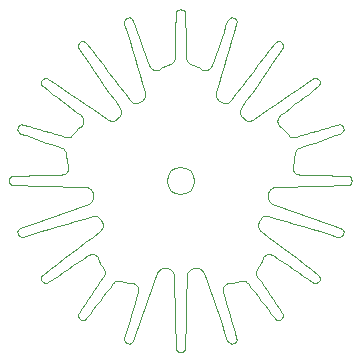
<source format=gbr>
G04 #@! TF.GenerationSoftware,KiCad,Pcbnew,5.0.2-bee76a0~70~ubuntu18.04.1*
G04 #@! TF.CreationDate,2019-05-31T10:22:34+02:00*
G04 #@! TF.ProjectId,GaudiPCR,47617564-6950-4435-922e-6b696361645f,rev?*
G04 #@! TF.SameCoordinates,Original*
G04 #@! TF.FileFunction,Profile,NP*
%FSLAX46Y46*%
G04 Gerber Fmt 4.6, Leading zero omitted, Abs format (unit mm)*
G04 Created by KiCad (PCBNEW 5.0.2-bee76a0~70~ubuntu18.04.1) date Fr 31 Mai 2019 10:22:34 CEST*
%MOMM*%
%LPD*%
G01*
G04 APERTURE LIST*
%ADD10C,0.100000*%
G04 APERTURE END LIST*
D10*
X93272922Y-107103720D02*
X93328102Y-107204580D01*
X93328102Y-107204580D02*
X93387132Y-107303280D01*
X108764637Y-95708230D02*
X108679557Y-95630830D01*
X108846657Y-95788830D02*
X108764637Y-95708230D01*
X109686137Y-98213340D02*
X109696407Y-98098790D01*
X109671497Y-98327370D02*
X109686137Y-98213340D01*
X113652657Y-99639210D02*
X114156177Y-99651510D01*
X113149137Y-99626910D02*
X113652657Y-99639210D01*
X109683540Y-103701260D02*
X108951842Y-103483130D01*
X110415237Y-103919390D02*
X109683540Y-103701260D01*
X109203447Y-96213330D02*
X109273767Y-96274230D01*
X109142377Y-96140930D02*
X109203447Y-96213330D01*
X98995023Y-100554770D02*
X99255420Y-100914300D01*
X98896403Y-100051440D02*
X98995023Y-100554770D01*
X110631537Y-99565410D02*
X111135057Y-99577710D01*
X110128057Y-99553180D02*
X110631537Y-99565410D01*
X108220144Y-103265000D02*
X107488447Y-103046870D01*
X108951842Y-103483130D02*
X108220144Y-103265000D01*
X113858069Y-104387130D02*
X113827669Y-104244000D01*
X113836579Y-104532150D02*
X113858069Y-104387130D01*
X112610330Y-104573770D02*
X111878632Y-104355640D01*
X113342027Y-104791900D02*
X112610330Y-104573770D01*
X107382636Y-103025370D02*
X107277237Y-103023370D01*
X107488447Y-103046870D02*
X107382636Y-103025370D01*
X107962587Y-100619250D02*
X107935327Y-100627250D01*
X107990187Y-100612250D02*
X107962587Y-100619250D01*
X107864547Y-100656860D02*
X107870447Y-100654860D01*
X107858647Y-100658860D02*
X107864547Y-100656860D01*
X108591507Y-95556730D02*
X108500577Y-95485930D01*
X108679557Y-95630830D02*
X108591507Y-95556730D01*
X111638577Y-99590010D02*
X112142097Y-99602310D01*
X111135057Y-99577710D02*
X111638577Y-99590010D01*
X108018067Y-100607250D02*
X107990187Y-100612250D01*
X108046187Y-100603250D02*
X108018067Y-100607250D01*
X106827764Y-108570500D02*
X107090002Y-108950630D01*
X106565567Y-108190400D02*
X106827764Y-108570500D01*
X106518067Y-108108400D02*
X106565567Y-108190400D01*
X106484577Y-108021600D02*
X106518067Y-108108400D01*
X106465067Y-107931700D02*
X106484577Y-108021600D01*
X99624589Y-98972870D02*
X99256140Y-99188580D01*
X100046885Y-98900970D02*
X99624589Y-98972870D01*
X106619297Y-103836720D02*
X106626997Y-103913420D01*
X106621497Y-103759620D02*
X106619297Y-103836720D01*
X106633577Y-103683220D02*
X106621497Y-103759620D01*
X106655617Y-103608420D02*
X106633577Y-103683220D01*
X106687657Y-103536220D02*
X106655617Y-103608420D01*
X100468221Y-101130010D02*
X100836670Y-100914300D01*
X100045925Y-101201910D02*
X100468221Y-101130010D01*
X107852747Y-100660860D02*
X107858647Y-100658860D01*
X107846847Y-100662860D02*
X107852747Y-100660860D01*
X105383077Y-108537360D02*
X105291307Y-108531360D01*
X105472347Y-108557560D02*
X105383077Y-108537360D01*
X105557517Y-108591060D02*
X105472347Y-108557560D01*
X105636987Y-108637360D02*
X105557517Y-108591060D01*
X105709167Y-108696060D02*
X105636987Y-108637360D01*
X105772457Y-108766560D02*
X105709167Y-108696060D01*
X106052951Y-109133430D02*
X105772457Y-108766560D01*
X106333445Y-109500300D02*
X106052951Y-109133430D01*
X106613938Y-109867170D02*
X106333445Y-109500300D01*
X106894432Y-110234050D02*
X106613938Y-109867170D01*
X109568047Y-107524440D02*
X109153457Y-107238430D01*
X109982637Y-107810440D02*
X109568047Y-107524440D01*
X110397227Y-108096450D02*
X109982637Y-107810440D01*
X110811817Y-108382450D02*
X110397227Y-108096450D01*
X111226407Y-108668460D02*
X110811817Y-108382450D01*
X111812578Y-108152100D02*
X111696487Y-108021420D01*
X111857728Y-108297440D02*
X111812578Y-108152100D01*
X111842428Y-108442990D02*
X111857728Y-108297440D01*
X108731477Y-111543800D02*
X108733477Y-111391620D01*
X108671947Y-111677490D02*
X108731477Y-111543800D01*
X108569299Y-111782220D02*
X108671947Y-111677490D01*
X108437979Y-111847520D02*
X108569299Y-111782220D01*
X108292428Y-111862820D02*
X108437979Y-111847520D01*
X108147090Y-111817620D02*
X108292428Y-111862820D01*
X108016407Y-111701530D02*
X108147090Y-111817620D01*
X107781835Y-106313010D02*
X107647513Y-106279110D01*
X107909687Y-106380410D02*
X107781835Y-106313010D01*
X108324277Y-106666420D02*
X107909687Y-106380410D01*
X108738867Y-106952420D02*
X108324277Y-106666420D01*
X109153457Y-107238430D02*
X108738867Y-106952420D01*
X109702307Y-97983840D02*
X109703807Y-97868630D01*
X109696407Y-98098790D02*
X109702307Y-97983840D01*
X107150976Y-106443610D02*
X107063386Y-106550960D01*
X107258454Y-106361010D02*
X107150976Y-106443610D01*
X107380551Y-106304910D02*
X107258454Y-106361010D01*
X107511994Y-106277110D02*
X107380551Y-106304910D01*
X107647513Y-106279110D02*
X107511994Y-106277110D01*
X109601497Y-98665090D02*
X109629157Y-98553370D01*
X109569527Y-98775790D02*
X109601497Y-98665090D01*
X106733657Y-103447120D02*
X106744967Y-103424720D01*
X106722267Y-103469420D02*
X106733657Y-103447120D01*
X106710807Y-103491720D02*
X106722267Y-103469420D01*
X106699267Y-103514020D02*
X106710807Y-103491720D01*
X106687657Y-103536220D02*
X106699267Y-103514020D01*
X114326891Y-100413820D02*
X114448829Y-100322820D01*
X114156177Y-100451320D02*
X114326891Y-100413820D01*
X111812588Y-91950748D02*
X111857738Y-91805410D01*
X111696497Y-92081431D02*
X111812588Y-91950748D01*
X113739870Y-95983180D02*
X113827660Y-95858920D01*
X113589167Y-96071580D02*
X113739870Y-95983180D01*
X107908437Y-100636250D02*
X107881977Y-100646850D01*
X107935327Y-100627250D02*
X107908437Y-100636250D01*
X107876247Y-100652860D02*
X107882047Y-100650860D01*
X107870447Y-100654860D02*
X107876247Y-100652860D01*
X106767367Y-103379920D02*
X106778457Y-103357420D01*
X106756207Y-103402320D02*
X106767367Y-103379920D01*
X106744967Y-103424720D02*
X106756207Y-103402320D01*
X108859610Y-100580820D02*
X108102957Y-100599320D01*
X109616262Y-100562320D02*
X108859610Y-100580820D01*
X107076603Y-103072370D02*
X106985833Y-103121770D01*
X107174483Y-103039270D02*
X107076603Y-103072370D01*
X107277237Y-103023370D02*
X107174483Y-103039270D01*
X113858060Y-95715790D02*
X113836570Y-95570770D01*
X113827660Y-95858920D02*
X113858060Y-95715790D01*
X108895631Y-94222850D02*
X108495507Y-94528770D01*
X109295754Y-93916940D02*
X108895631Y-94222850D01*
X114521989Y-99906900D02*
X114448829Y-99780160D01*
X114546379Y-100051490D02*
X114521989Y-99906900D01*
X109988323Y-102763230D02*
X110708492Y-103016840D01*
X109268154Y-102509620D02*
X109988323Y-102763230D01*
X110244063Y-96234510D02*
X110686630Y-96102570D01*
X109801497Y-96366440D02*
X110244063Y-96234510D01*
X109652497Y-98440760D02*
X109671497Y-98327370D01*
X109629157Y-98553370D02*
X109652497Y-98440760D01*
X108074497Y-100600250D02*
X108046187Y-100603250D01*
X108102957Y-100599320D02*
X108074497Y-100600250D01*
X107840947Y-100664860D02*
X107846847Y-100662860D01*
X107835047Y-100666860D02*
X107840947Y-100664860D01*
X106842777Y-104307020D02*
X106864087Y-104325820D01*
X106822407Y-104287220D02*
X106842777Y-104307020D01*
X106803007Y-104266520D02*
X106822407Y-104287220D01*
X106784607Y-104244920D02*
X106803007Y-104266520D01*
X106767247Y-104222420D02*
X106784607Y-104244920D01*
X111095222Y-107561730D02*
X111696497Y-108021440D01*
X110493947Y-107102020D02*
X111095222Y-107561730D01*
X109892672Y-106642310D02*
X110493947Y-107102020D01*
X109291397Y-106182610D02*
X109892672Y-106642310D01*
X108690122Y-105722900D02*
X109291397Y-106182610D01*
X111146935Y-104137510D02*
X110415237Y-103919390D01*
X111878632Y-104355640D02*
X111146935Y-104137510D01*
X106719247Y-104150020D02*
X106715947Y-104145020D01*
X106722547Y-104155020D02*
X106719247Y-104150020D01*
X106725847Y-104160020D02*
X106722547Y-104155020D01*
X106729147Y-104165020D02*
X106725847Y-104160020D01*
X106732447Y-104170020D02*
X106729147Y-104165020D01*
X113515923Y-95294020D02*
X113342018Y-95311020D01*
X113659991Y-95342920D02*
X113515923Y-95294020D01*
X110540019Y-97145360D02*
X110104427Y-97298760D01*
X110975612Y-96991970D02*
X110540019Y-97145360D01*
X108275482Y-95142020D02*
X108320792Y-95269760D01*
X108259902Y-95008580D02*
X108275482Y-95142020D01*
X109695878Y-93611020D02*
X109295754Y-93916940D01*
X110096002Y-93305100D02*
X109695878Y-93611020D01*
X99623690Y-101130010D02*
X100045925Y-101201910D01*
X99255420Y-100914300D02*
X99623690Y-101130010D01*
X100408793Y-114331920D02*
X100446293Y-114161210D01*
X100317743Y-114453860D02*
X100408793Y-114331920D01*
X100191000Y-114527060D02*
X100317743Y-114453860D01*
X100046410Y-114551460D02*
X100191000Y-114527060D01*
X99901820Y-114527060D02*
X100046410Y-114551460D01*
X99775077Y-114453860D02*
X99901820Y-114527060D01*
X99684027Y-114331920D02*
X99775077Y-114453860D01*
X99646527Y-114161210D02*
X99684027Y-114331920D01*
X110603393Y-91864200D02*
X111226407Y-91434411D01*
X109980379Y-92293988D02*
X110603393Y-91864200D01*
X109357366Y-92723777D02*
X109980379Y-92293988D01*
X108734352Y-93153566D02*
X109357366Y-92723777D01*
X108111338Y-93583350D02*
X108734352Y-93153566D01*
X107488325Y-94013140D02*
X108111338Y-93583350D01*
X106865311Y-94442930D02*
X107488325Y-94013140D01*
X106242307Y-94872650D02*
X106865311Y-94442930D01*
X106218477Y-94888250D02*
X106242307Y-94872650D01*
X106193977Y-94902650D02*
X106218477Y-94888250D01*
X106168847Y-94915950D02*
X106193977Y-94902650D01*
X106143127Y-94927950D02*
X106168847Y-94915950D01*
X106116867Y-94938750D02*
X106143127Y-94927950D01*
X106090117Y-94948750D02*
X106116867Y-94938750D01*
X106062907Y-94956750D02*
X106090117Y-94948750D01*
X106035287Y-94963750D02*
X106062907Y-94956750D01*
X105991887Y-94971750D02*
X105985687Y-94973750D01*
X105998087Y-94969750D02*
X105991887Y-94971750D01*
X106004287Y-94968750D02*
X105998087Y-94969750D01*
X106010487Y-94967750D02*
X106004287Y-94968750D01*
X106016687Y-94966750D02*
X106010487Y-94967750D01*
X106022887Y-94965750D02*
X106016687Y-94966750D01*
X106029087Y-94964750D02*
X106022887Y-94965750D01*
X106035287Y-94963750D02*
X106029087Y-94964750D01*
X105908027Y-94989290D02*
X105985827Y-94975490D01*
X105830097Y-94993290D02*
X105908027Y-94989290D01*
X105752987Y-94986290D02*
X105830097Y-94993290D01*
X105677647Y-94969990D02*
X105752987Y-94986290D01*
X105605017Y-94944090D02*
X105677647Y-94969990D01*
X105536047Y-94908990D02*
X105605017Y-94944090D01*
X105471697Y-94864890D02*
X105536047Y-94908990D01*
X105412897Y-94812090D02*
X105471697Y-94864890D01*
X105288857Y-94687990D02*
X105270897Y-94670490D01*
X105306757Y-94705490D02*
X105288857Y-94687990D01*
X105324597Y-94723090D02*
X105306757Y-94705490D01*
X105342377Y-94740790D02*
X105324597Y-94723090D01*
X105360097Y-94758490D02*
X105342377Y-94740790D01*
X105377757Y-94776290D02*
X105360097Y-94758490D01*
X105395357Y-94794190D02*
X105377757Y-94776290D01*
X105412897Y-94812090D02*
X105395357Y-94794190D01*
X105200477Y-94588530D02*
X105270897Y-94670330D01*
X105146987Y-94497730D02*
X105200477Y-94588530D01*
X105110667Y-94400330D02*
X105146987Y-94497730D01*
X105091757Y-94298750D02*
X105110667Y-94400330D01*
X105090457Y-94195420D02*
X105091757Y-94298750D01*
X105107087Y-94092780D02*
X105090457Y-94195420D01*
X105141837Y-93993280D02*
X105107087Y-94092780D01*
X105194957Y-93899280D02*
X105141837Y-93993280D01*
X105628516Y-93270800D02*
X105194957Y-93899280D01*
X106062074Y-92642318D02*
X105628516Y-93270800D01*
X106495633Y-92013837D02*
X106062074Y-92642318D01*
X106929192Y-91385356D02*
X106495633Y-92013837D01*
X107362751Y-90756874D02*
X106929192Y-91385356D01*
X107796310Y-90128393D02*
X107362751Y-90756874D01*
X108229868Y-89499912D02*
X107796310Y-90128393D01*
X108663427Y-88871431D02*
X108229868Y-89499912D01*
X108147089Y-88285320D02*
X108016408Y-88401348D01*
X108292408Y-88240210D02*
X108147089Y-88285320D01*
X108437932Y-88255520D02*
X108292408Y-88240210D01*
X108569227Y-88320770D02*
X108437932Y-88255520D01*
X108671857Y-88425473D02*
X108569227Y-88320770D01*
X108731387Y-88559142D02*
X108671857Y-88425473D01*
X108733387Y-88711290D02*
X108731387Y-88559142D01*
X108663427Y-88871431D02*
X108733387Y-88711290D01*
X107552664Y-89007901D02*
X108016407Y-88401351D01*
X107088922Y-89614451D02*
X107552664Y-89007901D01*
X106625179Y-90221001D02*
X107088922Y-89614451D01*
X106161437Y-90827551D02*
X106625179Y-90221001D01*
X105697694Y-91434100D02*
X106161437Y-90827551D01*
X105233952Y-92040650D02*
X105697694Y-91434100D01*
X104770210Y-92647200D02*
X105233952Y-92040650D01*
X104306467Y-93253750D02*
X104770210Y-92647200D01*
X104233486Y-93332950D02*
X104306466Y-93253350D01*
X104149566Y-93396750D02*
X104233486Y-93332950D01*
X104057086Y-93444250D02*
X104149566Y-93396750D01*
X103958426Y-93474950D02*
X104057086Y-93444250D01*
X103855966Y-93488350D02*
X103958426Y-93474950D01*
X103752084Y-93484350D02*
X103855966Y-93488350D01*
X103649157Y-93461550D02*
X103752084Y-93484350D01*
X103549567Y-93419850D02*
X103649157Y-93461550D01*
X103393437Y-93339750D02*
X103370977Y-93328550D01*
X103415857Y-93350950D02*
X103393437Y-93339750D01*
X103438237Y-93362250D02*
X103415857Y-93350950D01*
X103460577Y-93373650D02*
X103438237Y-93362250D01*
X103482877Y-93385050D02*
X103460577Y-93373650D01*
X103505147Y-93396550D02*
X103482877Y-93385050D01*
X103527377Y-93408150D02*
X103505147Y-93396550D01*
X103549567Y-93419850D02*
X103527377Y-93408150D01*
X103302607Y-93288911D02*
X103370977Y-93328511D01*
X103240797Y-93241311D02*
X103302607Y-93288911D01*
X103186097Y-93186611D02*
X103240797Y-93241311D01*
X103139057Y-93125531D02*
X103186097Y-93186611D01*
X103100227Y-93058931D02*
X103139057Y-93125531D01*
X103070167Y-92987621D02*
X103100227Y-93058931D01*
X103049417Y-92912431D02*
X103070167Y-92987621D01*
X103038527Y-92834171D02*
X103049417Y-92912431D01*
X103035074Y-92790071D02*
X103034527Y-92783771D01*
X103035608Y-92796371D02*
X103035074Y-92790071D01*
X103036128Y-92802671D02*
X103035608Y-92796371D01*
X103036634Y-92808971D02*
X103036128Y-92802671D01*
X103037128Y-92815271D02*
X103036634Y-92808971D01*
X103037608Y-92821571D02*
X103037128Y-92815271D01*
X103038074Y-92827871D02*
X103037608Y-92821571D01*
X103038527Y-92834171D02*
X103038074Y-92827871D01*
X103032520Y-92755071D02*
X103034420Y-92783501D01*
X103032000Y-92726631D02*
X103032520Y-92755071D01*
X103032827Y-92698231D02*
X103032000Y-92726631D01*
X103035027Y-92669921D02*
X103032827Y-92698231D01*
X103038527Y-92641741D02*
X103035027Y-92669921D01*
X103043327Y-92613741D02*
X103038527Y-92641741D01*
X103049527Y-92585971D02*
X103043327Y-92613741D01*
X103057027Y-92558481D02*
X103049527Y-92585971D01*
X103273258Y-91833147D02*
X103057027Y-92558481D01*
X103489490Y-91107814D02*
X103273258Y-91833147D01*
X103705721Y-90382480D02*
X103489490Y-91107814D01*
X103921952Y-89657146D02*
X103705721Y-90382480D01*
X104138183Y-88931812D02*
X103921952Y-89657146D01*
X104354415Y-88206479D02*
X104138183Y-88931812D01*
X104570646Y-87481145D02*
X104354415Y-88206479D01*
X104786877Y-86755811D02*
X104570646Y-87481145D01*
X104114672Y-86357913D02*
X104026252Y-86508684D01*
X104238941Y-86270073D02*
X104114672Y-86357913D01*
X104382089Y-86239653D02*
X104238941Y-86270073D01*
X104527139Y-86261143D02*
X104382089Y-86239653D01*
X104657117Y-86329013D02*
X104527139Y-86261143D01*
X104755047Y-86437759D02*
X104657117Y-86329013D01*
X104803957Y-86581864D02*
X104755047Y-86437759D01*
X104786877Y-86755811D02*
X104803957Y-86581864D01*
X103858957Y-86983755D02*
X104026257Y-86508681D01*
X103691657Y-87458829D02*
X103858957Y-86983755D01*
X103524357Y-87933902D02*
X103691657Y-87458829D01*
X103357057Y-88408976D02*
X103524357Y-87933902D01*
X103189757Y-88884050D02*
X103357057Y-88408976D01*
X103022457Y-89359124D02*
X103189757Y-88884050D01*
X102855157Y-89834197D02*
X103022457Y-89359124D01*
X102687856Y-90309232D02*
X102855157Y-89834197D01*
X102624056Y-90438932D02*
X102687856Y-90309232D01*
X102535336Y-90545341D02*
X102624056Y-90438932D01*
X102426990Y-90626771D02*
X102535336Y-90545341D01*
X102304307Y-90681541D02*
X102426990Y-90626771D01*
X102172577Y-90707951D02*
X102304307Y-90681541D01*
X102037090Y-90704351D02*
X102172577Y-90707951D01*
X101903137Y-90668991D02*
X102037090Y-90704351D01*
X101776007Y-90600211D02*
X101903137Y-90668991D01*
X101063834Y-90229241D02*
X100954709Y-90192251D01*
X101171340Y-90270341D02*
X101063834Y-90229241D01*
X101277113Y-90315501D02*
X101171340Y-90270341D01*
X101381040Y-90364661D02*
X101277113Y-90315501D01*
X101483007Y-90417771D02*
X101381040Y-90364661D01*
X101582897Y-90474771D02*
X101483007Y-90417771D01*
X101680607Y-90535601D02*
X101582897Y-90474771D01*
X101776007Y-90600211D02*
X101680607Y-90535601D01*
X100866997Y-90156551D02*
X100954757Y-90192251D01*
X100787367Y-90108481D02*
X100866997Y-90156551D01*
X100716877Y-90049371D02*
X100787367Y-90108481D01*
X100656527Y-89980561D02*
X100716877Y-90049371D01*
X100607317Y-89903391D02*
X100656527Y-89980561D01*
X100570257Y-89819191D02*
X100607317Y-89903391D01*
X100546347Y-89729301D02*
X100570257Y-89819191D01*
X100536607Y-89635061D02*
X100546347Y-89729301D01*
X100525317Y-89173386D02*
X100536607Y-89635061D01*
X100514027Y-88711711D02*
X100525317Y-89173386D01*
X100502737Y-88250036D02*
X100514027Y-88711711D01*
X100491447Y-87788361D02*
X100502737Y-88250036D01*
X100480157Y-87326686D02*
X100491447Y-87788361D01*
X100468867Y-86865011D02*
X100480157Y-87326686D01*
X100457577Y-86403336D02*
X100468867Y-86865011D01*
X100446287Y-85941661D02*
X100457577Y-86403336D01*
X99684021Y-85770947D02*
X99646521Y-85941661D01*
X99775071Y-85649009D02*
X99684021Y-85770947D01*
X99901814Y-85575849D02*
X99775071Y-85649009D01*
X100046404Y-85551459D02*
X99901814Y-85575849D01*
X100190994Y-85575849D02*
X100046404Y-85551459D01*
X100317737Y-85649009D02*
X100190994Y-85575849D01*
X100408787Y-85770947D02*
X100317737Y-85649009D01*
X100446287Y-85941661D02*
X100408787Y-85770947D01*
X99635287Y-86403336D02*
X99646577Y-85941661D01*
X99623997Y-86865011D02*
X99635287Y-86403336D01*
X99612707Y-87326686D02*
X99623997Y-86865011D01*
X99601417Y-87788361D02*
X99612707Y-87326686D01*
X99590127Y-88250036D02*
X99601417Y-87788361D01*
X99578837Y-88711711D02*
X99590127Y-88250036D01*
X99567547Y-89173386D02*
X99578837Y-88711711D01*
X99556307Y-89635051D02*
X99567547Y-89173386D01*
X99546507Y-89729291D02*
X99556307Y-89635051D01*
X99522597Y-89819181D02*
X99546507Y-89729291D01*
X99485537Y-89903381D02*
X99522597Y-89819181D01*
X99436327Y-89980551D02*
X99485537Y-89903381D01*
X99375977Y-90049361D02*
X99436327Y-89980551D01*
X99305487Y-90108471D02*
X99375977Y-90049361D01*
X99225857Y-90156541D02*
X99305487Y-90108471D01*
X99138097Y-90192241D02*
X99225857Y-90156541D01*
X98412216Y-90535591D02*
X98316816Y-90600201D01*
X98509916Y-90474761D02*
X98412216Y-90535591D01*
X98609806Y-90417761D02*
X98509916Y-90474761D01*
X98711771Y-90364651D02*
X98609806Y-90417761D01*
X98815697Y-90315491D02*
X98711771Y-90364651D01*
X98921469Y-90270331D02*
X98815697Y-90315491D01*
X99028974Y-90229231D02*
X98921469Y-90270331D01*
X99138097Y-90192241D02*
X99028974Y-90229231D01*
X98189676Y-90669031D02*
X98316806Y-90600251D01*
X98055722Y-90704391D02*
X98189676Y-90669031D01*
X97920235Y-90707991D02*
X98055722Y-90704391D01*
X97788505Y-90681581D02*
X97920235Y-90707991D01*
X97665821Y-90626811D02*
X97788505Y-90681581D01*
X97557475Y-90545381D02*
X97665821Y-90626811D01*
X97468755Y-90438971D02*
X97557475Y-90545381D01*
X97404955Y-90309271D02*
X97468755Y-90438971D01*
X97237655Y-89834197D02*
X97404955Y-90309271D01*
X97070355Y-89359124D02*
X97237655Y-89834197D01*
X96903055Y-88884050D02*
X97070355Y-89359124D01*
X96735755Y-88408976D02*
X96903055Y-88884050D01*
X96568455Y-87933902D02*
X96735755Y-88408976D01*
X96401155Y-87458829D02*
X96568455Y-87933902D01*
X96233855Y-86983755D02*
X96401155Y-87458829D01*
X96066555Y-86508681D02*
X96233855Y-86983755D01*
X95288863Y-86581861D02*
X95305943Y-86755802D01*
X95337773Y-86437762D02*
X95288863Y-86581861D01*
X95435703Y-86329020D02*
X95337773Y-86437762D01*
X95565678Y-86261150D02*
X95435703Y-86329020D01*
X95710723Y-86239670D02*
X95565678Y-86261150D01*
X95853867Y-86270090D02*
X95710723Y-86239670D01*
X95978135Y-86357920D02*
X95853867Y-86270090D01*
X96066555Y-86508681D02*
X95978135Y-86357920D01*
X95522167Y-87481145D02*
X95305936Y-86755811D01*
X95738399Y-88206479D02*
X95522167Y-87481145D01*
X95954630Y-88931812D02*
X95738399Y-88206479D01*
X96170861Y-89657146D02*
X95954630Y-88931812D01*
X96387093Y-90382480D02*
X96170861Y-89657146D01*
X96603324Y-91107814D02*
X96387093Y-90382480D01*
X96819556Y-91833147D02*
X96603324Y-91107814D01*
X97035789Y-92558471D02*
X96819556Y-91833147D01*
X97043289Y-92585961D02*
X97035789Y-92558471D01*
X97049489Y-92613731D02*
X97043289Y-92585961D01*
X97054289Y-92641731D02*
X97049489Y-92613731D01*
X97057789Y-92669911D02*
X97054289Y-92641731D01*
X97059989Y-92698221D02*
X97057789Y-92669911D01*
X97060816Y-92726621D02*
X97059989Y-92698221D01*
X97060296Y-92755061D02*
X97060816Y-92726621D01*
X97058396Y-92783491D02*
X97060296Y-92755061D01*
X97054761Y-92827591D02*
X97054296Y-92833891D01*
X97055240Y-92821291D02*
X97054761Y-92827591D01*
X97055733Y-92814991D02*
X97055240Y-92821291D01*
X97056239Y-92808691D02*
X97055733Y-92814991D01*
X97056758Y-92802391D02*
X97056239Y-92808691D01*
X97057290Y-92796091D02*
X97056758Y-92802391D01*
X97057836Y-92789791D02*
X97057290Y-92796091D01*
X97058396Y-92783491D02*
X97057836Y-92789791D01*
X97043395Y-92912470D02*
X97054285Y-92834210D01*
X97022645Y-92987660D02*
X97043395Y-92912470D01*
X96992575Y-93058970D02*
X97022645Y-92987660D01*
X96953745Y-93125570D02*
X96992575Y-93058970D01*
X96906705Y-93186650D02*
X96953745Y-93125570D01*
X96852005Y-93241350D02*
X96906705Y-93186650D01*
X96790195Y-93288950D02*
X96852005Y-93241350D01*
X96721825Y-93328550D02*
X96790195Y-93288950D01*
X96565445Y-93408150D02*
X96543255Y-93419850D01*
X96587675Y-93396550D02*
X96565445Y-93408150D01*
X96609935Y-93385050D02*
X96587675Y-93396550D01*
X96632235Y-93373650D02*
X96609935Y-93385050D01*
X96654575Y-93362250D02*
X96632235Y-93373650D01*
X96676955Y-93350950D02*
X96654575Y-93362250D01*
X96699375Y-93339750D02*
X96676955Y-93350950D01*
X96721825Y-93328550D02*
X96699375Y-93339750D01*
X96443655Y-93461950D02*
X96543245Y-93420250D01*
X96340728Y-93484750D02*
X96443655Y-93461950D01*
X96236845Y-93488750D02*
X96340728Y-93484750D01*
X96134385Y-93475350D02*
X96236845Y-93488750D01*
X96035725Y-93444650D02*
X96134385Y-93475350D01*
X95943245Y-93397150D02*
X96035725Y-93444650D01*
X95859325Y-93333350D02*
X95943245Y-93397150D01*
X95786345Y-93253750D02*
X95859325Y-93333350D01*
X95322602Y-92647200D02*
X95786345Y-93253750D01*
X94858859Y-92040650D02*
X95322602Y-92647200D01*
X94395116Y-91434100D02*
X94858859Y-92040650D01*
X93931373Y-90827551D02*
X94395116Y-91434100D01*
X93467629Y-90221001D02*
X93931373Y-90827551D01*
X93003886Y-89614451D02*
X93467629Y-90221001D01*
X92540143Y-89007901D02*
X93003886Y-89614451D01*
X92076400Y-88401351D02*
X92540143Y-89007901D01*
X91359396Y-88711287D02*
X91429376Y-88871433D01*
X91361396Y-88559131D02*
X91359396Y-88711287D01*
X91420926Y-88425454D02*
X91361396Y-88559131D01*
X91523562Y-88320745D02*
X91420926Y-88425454D01*
X91654863Y-88255495D02*
X91523562Y-88320745D01*
X91800395Y-88240185D02*
X91654863Y-88255495D01*
X91945719Y-88285305D02*
X91800395Y-88240185D01*
X92076400Y-88401351D02*
X91945719Y-88285305D01*
X91862938Y-89499912D02*
X91429378Y-88871431D01*
X92296497Y-90128393D02*
X91862938Y-89499912D01*
X92730057Y-90756874D02*
X92296497Y-90128393D01*
X93163617Y-91385356D02*
X92730057Y-90756874D01*
X93597177Y-92013837D02*
X93163617Y-91385356D01*
X94030736Y-92642318D02*
X93597177Y-92013837D01*
X94464296Y-93270800D02*
X94030736Y-92642318D01*
X94897881Y-93899310D02*
X94464296Y-93270800D01*
X94951001Y-93993310D02*
X94897881Y-93899310D01*
X94985751Y-94092810D02*
X94951001Y-93993310D01*
X95002381Y-94195440D02*
X94985751Y-94092810D01*
X95001081Y-94298770D02*
X95002381Y-94195440D01*
X94982171Y-94400360D02*
X95001081Y-94298770D01*
X94945851Y-94497760D02*
X94982171Y-94400360D01*
X94892361Y-94588660D02*
X94945851Y-94497760D01*
X94821931Y-94670460D02*
X94892361Y-94588660D01*
X94697471Y-94794160D02*
X94679931Y-94812060D01*
X94715071Y-94776260D02*
X94697471Y-94794160D01*
X94732731Y-94758460D02*
X94715071Y-94776260D01*
X94750451Y-94740760D02*
X94732731Y-94758460D01*
X94768231Y-94723060D02*
X94750451Y-94740760D01*
X94786071Y-94705460D02*
X94768231Y-94723060D01*
X94803971Y-94687960D02*
X94786071Y-94705460D01*
X94821931Y-94670460D02*
X94803971Y-94687960D01*
X94621128Y-94864900D02*
X94679928Y-94812100D01*
X94556768Y-94909000D02*
X94621128Y-94864900D01*
X94487798Y-94944100D02*
X94556768Y-94909000D01*
X94415168Y-94970000D02*
X94487798Y-94944100D01*
X94339828Y-94986300D02*
X94415168Y-94970000D01*
X94262718Y-94993300D02*
X94339828Y-94986300D01*
X94184788Y-94989300D02*
X94262718Y-94993300D01*
X94106998Y-94975500D02*
X94184788Y-94989300D01*
X94063598Y-94966500D02*
X94057398Y-94965500D01*
X94069798Y-94967500D02*
X94063598Y-94966500D01*
X94075998Y-94968500D02*
X94069798Y-94967500D01*
X94082198Y-94969500D02*
X94075998Y-94968500D01*
X94088398Y-94970500D02*
X94082198Y-94969500D01*
X94094598Y-94971500D02*
X94088398Y-94970500D01*
X94100798Y-94973500D02*
X94094598Y-94971500D01*
X94106998Y-94975500D02*
X94100798Y-94973500D01*
X94029896Y-94956720D02*
X94057506Y-94963720D01*
X94002696Y-94948720D02*
X94029896Y-94956720D01*
X93975946Y-94938720D02*
X94002696Y-94948720D01*
X93949686Y-94927920D02*
X93975946Y-94938720D01*
X93923976Y-94915920D02*
X93949686Y-94927920D01*
X93898846Y-94902720D02*
X93923976Y-94915920D01*
X93874346Y-94888320D02*
X93898846Y-94902720D01*
X93850516Y-94872720D02*
X93874346Y-94888320D01*
X93227502Y-94442930D02*
X93850516Y-94872720D01*
X92604488Y-94013140D02*
X93227502Y-94442930D01*
X91981474Y-93583350D02*
X92604488Y-94013140D01*
X91358460Y-93153566D02*
X91981474Y-93583350D01*
X90735446Y-92723777D02*
X91358460Y-93153566D01*
X90112432Y-92293988D02*
X90735446Y-92723777D01*
X89489418Y-91864200D02*
X90112432Y-92293988D01*
X88866404Y-91434411D02*
X89489418Y-91864200D01*
X88280243Y-91950770D02*
X88396321Y-92081453D01*
X88235103Y-91805436D02*
X88280243Y-91950770D01*
X88250403Y-91659891D02*
X88235103Y-91805436D01*
X88315663Y-91528576D02*
X88250403Y-91659891D01*
X88420385Y-91425931D02*
X88315663Y-91528576D01*
X88554077Y-91366401D02*
X88420385Y-91425931D01*
X88706247Y-91364401D02*
X88554077Y-91366401D01*
X88866404Y-91434411D02*
X88706247Y-91364401D01*
X88796439Y-92387348D02*
X88396316Y-92081431D01*
X89196563Y-92693266D02*
X88796439Y-92387348D01*
X89596686Y-92999183D02*
X89196563Y-92693266D01*
X89996809Y-93305100D02*
X89596686Y-92999183D01*
X90396933Y-93611020D02*
X89996809Y-93305100D01*
X90797056Y-93916940D02*
X90396933Y-93611020D01*
X91197180Y-94222850D02*
X90797056Y-93916940D01*
X91597332Y-94528820D02*
X91197180Y-94222850D01*
X91700967Y-94629580D02*
X91597332Y-94528820D01*
X91774747Y-94746840D02*
X91700967Y-94629580D01*
X91818707Y-94875050D02*
X91774747Y-94746840D01*
X91832877Y-95008650D02*
X91818707Y-94875050D01*
X91817287Y-95142100D02*
X91832877Y-95008650D01*
X91771967Y-95269830D02*
X91817287Y-95142100D01*
X91696937Y-95386300D02*
X91771967Y-95269830D01*
X91592234Y-95485900D02*
X91696937Y-95386300D01*
X91019334Y-96048500D02*
X90950434Y-96140900D01*
X91091644Y-95959000D02*
X91019334Y-96048500D01*
X91167284Y-95872400D02*
X91091644Y-95959000D01*
X91246154Y-95788800D02*
X91167284Y-95872400D01*
X91328174Y-95708200D02*
X91246154Y-95788800D01*
X91413254Y-95630800D02*
X91328174Y-95708200D01*
X91501304Y-95556700D02*
X91413254Y-95630800D01*
X91592234Y-95485900D02*
X91501304Y-95556700D01*
X90889380Y-96213540D02*
X90950450Y-96141140D01*
X90819050Y-96274440D02*
X90889380Y-96213540D01*
X90741050Y-96323240D02*
X90819050Y-96274440D01*
X90656960Y-96359340D02*
X90741050Y-96323240D01*
X90568360Y-96382240D02*
X90656960Y-96359340D01*
X90476830Y-96391240D02*
X90568360Y-96382240D01*
X90383950Y-96386240D02*
X90476830Y-96391240D01*
X90291310Y-96366440D02*
X90383950Y-96386240D01*
X89848744Y-96234510D02*
X90291310Y-96366440D01*
X89406179Y-96102570D02*
X89848744Y-96234510D01*
X88963613Y-95970640D02*
X89406179Y-96102570D01*
X88521047Y-95838710D02*
X88963613Y-95970640D01*
X88078482Y-95706770D02*
X88521047Y-95838710D01*
X87635916Y-95574840D02*
X88078482Y-95706770D01*
X87193351Y-95442900D02*
X87635916Y-95574840D01*
X86750785Y-95310970D02*
X87193351Y-95442900D01*
X86352932Y-95983130D02*
X86503641Y-96071530D01*
X86265132Y-95858870D02*
X86352932Y-95983130D01*
X86234732Y-95715740D02*
X86265132Y-95858870D01*
X86256222Y-95570720D02*
X86234732Y-95715740D01*
X86324082Y-95440770D02*
X86256222Y-95570720D01*
X86432804Y-95342870D02*
X86324082Y-95440770D01*
X86576876Y-95293970D02*
X86432804Y-95342870D01*
X86750785Y-95310970D02*
X86576876Y-95293970D01*
X86939235Y-96224980D02*
X86503643Y-96071580D01*
X87374828Y-96378380D02*
X86939235Y-96224980D01*
X87810421Y-96531770D02*
X87374828Y-96378380D01*
X88246013Y-96685170D02*
X87810421Y-96531770D01*
X88681606Y-96838570D02*
X88246013Y-96685170D01*
X89117198Y-96991970D02*
X88681606Y-96838570D01*
X89552791Y-97145360D02*
X89117198Y-96991970D01*
X89988383Y-97298760D02*
X89552791Y-97145360D01*
X90075033Y-97337030D02*
X89988423Y-97298630D01*
X90153133Y-97387530D02*
X90075033Y-97337030D01*
X90221753Y-97448830D02*
X90153133Y-97387530D01*
X90279943Y-97519530D02*
X90221753Y-97448830D01*
X90326733Y-97598230D02*
X90279943Y-97519530D01*
X90361163Y-97683530D02*
X90326733Y-97598230D01*
X90382273Y-97774130D02*
X90361163Y-97683530D01*
X90389073Y-97868630D02*
X90382273Y-97774130D01*
X90491383Y-98665090D02*
X90523353Y-98775790D01*
X90463723Y-98553370D02*
X90491383Y-98665090D01*
X90440383Y-98440760D02*
X90463723Y-98553370D01*
X90421383Y-98327370D02*
X90440383Y-98440760D01*
X90406743Y-98213340D02*
X90421383Y-98327370D01*
X90396473Y-98098790D02*
X90406743Y-98213340D01*
X90390573Y-97983840D02*
X90396473Y-98098790D01*
X90389073Y-97868630D02*
X90390573Y-97983840D01*
X90549445Y-98917880D02*
X90523315Y-98775720D01*
X90541645Y-99056210D02*
X90549445Y-98917880D01*
X90503235Y-99186190D02*
X90541645Y-99056210D01*
X90437415Y-99303310D02*
X90503235Y-99186190D01*
X90347415Y-99403110D02*
X90437415Y-99303310D01*
X90236487Y-99481010D02*
X90347415Y-99403110D01*
X90107868Y-99532510D02*
X90236487Y-99481010D01*
X89964798Y-99553160D02*
X90107868Y-99532510D01*
X89461277Y-99565460D02*
X89964798Y-99553160D01*
X88957757Y-99577760D02*
X89461277Y-99565460D01*
X88454236Y-99590060D02*
X88957757Y-99577760D01*
X87950715Y-99602360D02*
X88454236Y-99590060D01*
X87447195Y-99614660D02*
X87950715Y-99602360D01*
X86943674Y-99626960D02*
X87447195Y-99614660D01*
X86440154Y-99639260D02*
X86943674Y-99626960D01*
X85936633Y-99651560D02*
X86440154Y-99639260D01*
X85765919Y-100413720D02*
X85936633Y-100451220D01*
X85643981Y-100322720D02*
X85765919Y-100413720D01*
X85570821Y-100195980D02*
X85643981Y-100322720D01*
X85546431Y-100051390D02*
X85570821Y-100195980D01*
X85570821Y-99906800D02*
X85546431Y-100051390D01*
X85643981Y-99780060D02*
X85570821Y-99906800D01*
X85765919Y-99689060D02*
X85643981Y-99780060D01*
X85936633Y-99651560D02*
X85765919Y-99689060D01*
X86693285Y-100469750D02*
X85936633Y-100451250D01*
X87449937Y-100488250D02*
X86693285Y-100469750D01*
X88206589Y-100506750D02*
X87449937Y-100488250D01*
X88963242Y-100525250D02*
X88206589Y-100506750D01*
X89719894Y-100543750D02*
X88963242Y-100525250D01*
X90476546Y-100562250D02*
X89719894Y-100543750D01*
X91233198Y-100580750D02*
X90476546Y-100562250D01*
X91989850Y-100599250D02*
X91233198Y-100580750D01*
X92018307Y-100600680D02*
X91989847Y-100599680D01*
X92046617Y-100603680D02*
X92018307Y-100600680D01*
X92074737Y-100607680D02*
X92046617Y-100603680D01*
X92102617Y-100612680D02*
X92074737Y-100607680D01*
X92130217Y-100619680D02*
X92102617Y-100612680D01*
X92157477Y-100627680D02*
X92130217Y-100619680D01*
X92184367Y-100636680D02*
X92157477Y-100627680D01*
X92210827Y-100647280D02*
X92184367Y-100636680D01*
X92252027Y-100661280D02*
X92257927Y-100663280D01*
X92246127Y-100659280D02*
X92252027Y-100661280D01*
X92240227Y-100657280D02*
X92246127Y-100659280D01*
X92234327Y-100655280D02*
X92240227Y-100657280D01*
X92228427Y-100653280D02*
X92234327Y-100655280D01*
X92222527Y-100651280D02*
X92228427Y-100653280D01*
X92216627Y-100649280D02*
X92222527Y-100651280D01*
X92210827Y-100647280D02*
X92216627Y-100649280D01*
X92328822Y-100701420D02*
X92257752Y-100666920D01*
X92393922Y-100744420D02*
X92328822Y-100701420D01*
X92452452Y-100795020D02*
X92393922Y-100744420D01*
X92503802Y-100852520D02*
X92452452Y-100795020D01*
X92547362Y-100916120D02*
X92503802Y-100852520D01*
X92582522Y-100985020D02*
X92547362Y-100916120D01*
X92608672Y-101058520D02*
X92582522Y-100985020D01*
X92625212Y-101135820D02*
X92608672Y-101058520D01*
X92652612Y-101309120D02*
X92656812Y-101333820D01*
X92648412Y-101284420D02*
X92652612Y-101309120D01*
X92644312Y-101259720D02*
X92648412Y-101284420D01*
X92640312Y-101235020D02*
X92644312Y-101259720D01*
X92636412Y-101210220D02*
X92640312Y-101235020D01*
X92632612Y-101185420D02*
X92636412Y-101210220D01*
X92628912Y-101160620D02*
X92632612Y-101185420D01*
X92625212Y-101135820D02*
X92628912Y-101160620D01*
X92665733Y-101441490D02*
X92656833Y-101333890D01*
X92655613Y-101546430D02*
X92665733Y-101441490D01*
X92627733Y-101646590D02*
X92655613Y-101546430D01*
X92583323Y-101739890D02*
X92627733Y-101646590D01*
X92523613Y-101824190D02*
X92583323Y-101739890D01*
X92449833Y-101897490D02*
X92523613Y-101824190D01*
X92363213Y-101957590D02*
X92449833Y-101897490D01*
X92264993Y-102002390D02*
X92363213Y-101957590D01*
X91544824Y-102256000D02*
X92264993Y-102002390D01*
X90824656Y-102509620D02*
X91544824Y-102256000D01*
X90104487Y-102763230D02*
X90824656Y-102509620D01*
X89384318Y-103016840D02*
X90104487Y-102763230D01*
X88664149Y-103270450D02*
X89384318Y-103016840D01*
X87943980Y-103524070D02*
X88664149Y-103270450D01*
X87223812Y-103777680D02*
X87943980Y-103524070D01*
X86503643Y-104031290D02*
X87223812Y-103777680D01*
X86576878Y-104808850D02*
X86750787Y-104791850D01*
X86432806Y-104759950D02*
X86576878Y-104808850D01*
X86324084Y-104662050D02*
X86432806Y-104759950D01*
X86256224Y-104532100D02*
X86324084Y-104662050D01*
X86234734Y-104387080D02*
X86256224Y-104532100D01*
X86265134Y-104243950D02*
X86234734Y-104387080D01*
X86352934Y-104119690D02*
X86265134Y-104243950D01*
X86503643Y-104031290D02*
X86352934Y-104119690D01*
X87482483Y-104573770D02*
X86750785Y-104791900D01*
X88214180Y-104355640D02*
X87482483Y-104573770D01*
X88945878Y-104137510D02*
X88214180Y-104355640D01*
X89677575Y-103919390D02*
X88945878Y-104137510D01*
X90409273Y-103701260D02*
X89677575Y-103919390D01*
X91140971Y-103483130D02*
X90409273Y-103701260D01*
X91872668Y-103265000D02*
X91140971Y-103483130D01*
X92604366Y-103046870D02*
X91872668Y-103265000D01*
X92710172Y-103024990D02*
X92604361Y-103046490D01*
X92815570Y-103022990D02*
X92710172Y-103024990D01*
X92918323Y-103038890D02*
X92815570Y-103022990D01*
X93016203Y-103071990D02*
X92918323Y-103038890D01*
X93106973Y-103121390D02*
X93016203Y-103071990D01*
X93188403Y-103186090D02*
X93106973Y-103121390D01*
X93258273Y-103265090D02*
X93188403Y-103186090D01*
X93314343Y-103357390D02*
X93258273Y-103265090D01*
X93393533Y-103513990D02*
X93405143Y-103536190D01*
X93381993Y-103491690D02*
X93393533Y-103513990D01*
X93370533Y-103469390D02*
X93381993Y-103491690D01*
X93359143Y-103447090D02*
X93370533Y-103469390D01*
X93347833Y-103424690D02*
X93359143Y-103447090D01*
X93336593Y-103402290D02*
X93347833Y-103424690D01*
X93325433Y-103379890D02*
X93336593Y-103402290D01*
X93314343Y-103357390D02*
X93325433Y-103379890D01*
X93437097Y-103608500D02*
X93405057Y-103536300D01*
X93459137Y-103683300D02*
X93437097Y-103608500D01*
X93471217Y-103759700D02*
X93459137Y-103683300D01*
X93473417Y-103836800D02*
X93471217Y-103759700D01*
X93465717Y-103913500D02*
X93473417Y-103836800D01*
X93448127Y-103988900D02*
X93465717Y-103913500D01*
X93420717Y-104061900D02*
X93448127Y-103988900D01*
X93383527Y-104131600D02*
X93420717Y-104061900D01*
X93360427Y-104166600D02*
X93357127Y-104171600D01*
X93363727Y-104161600D02*
X93360427Y-104166600D01*
X93367027Y-104156600D02*
X93363727Y-104161600D01*
X93370327Y-104151600D02*
X93367027Y-104156600D01*
X93373627Y-104146600D02*
X93370327Y-104151600D01*
X93376927Y-104141600D02*
X93373627Y-104146600D01*
X93380227Y-104136600D02*
X93376927Y-104141600D01*
X93383527Y-104131600D02*
X93380227Y-104136600D01*
X93341868Y-104199270D02*
X93357068Y-104175170D01*
X93325578Y-104222570D02*
X93341868Y-104199270D01*
X93308218Y-104245070D02*
X93325578Y-104222570D01*
X93289818Y-104266670D02*
X93308218Y-104245070D01*
X93270418Y-104287370D02*
X93289818Y-104266670D01*
X93250048Y-104307170D02*
X93270418Y-104287370D01*
X93228738Y-104325970D02*
X93250048Y-104307170D01*
X93206518Y-104343770D02*
X93228738Y-104325970D01*
X92605243Y-104803480D02*
X93206518Y-104343770D01*
X92003967Y-105263190D02*
X92605243Y-104803480D01*
X91402692Y-105722900D02*
X92003967Y-105263190D01*
X90801417Y-106182610D02*
X91402692Y-105722900D01*
X90200142Y-106642310D02*
X90801417Y-106182610D01*
X89598866Y-107102020D02*
X90200142Y-106642310D01*
X88997591Y-107561730D02*
X89598866Y-107102020D01*
X88396316Y-108021440D02*
X88997591Y-107561730D01*
X88706242Y-108738460D02*
X88866399Y-108668460D01*
X88554072Y-108736460D02*
X88706242Y-108738460D01*
X88420380Y-108676960D02*
X88554072Y-108736460D01*
X88315658Y-108574320D02*
X88420380Y-108676960D01*
X88250398Y-108443000D02*
X88315658Y-108574320D01*
X88235098Y-108297460D02*
X88250398Y-108443000D01*
X88280238Y-108152120D02*
X88235098Y-108297460D01*
X88396316Y-108021440D02*
X88280238Y-108152120D01*
X89280994Y-108382450D02*
X88866404Y-108668460D01*
X89695584Y-108096450D02*
X89280994Y-108382450D01*
X90110174Y-107810440D02*
X89695584Y-108096450D01*
X90524764Y-107524440D02*
X90110174Y-107810440D01*
X90939353Y-107238430D02*
X90524764Y-107524440D01*
X91353943Y-106952420D02*
X90939353Y-107238430D01*
X91768533Y-106666420D02*
X91353943Y-106952420D01*
X92183123Y-106380410D02*
X91768533Y-106666420D01*
X92310974Y-106312690D02*
X92183122Y-106380090D01*
X92445296Y-106278790D02*
X92310974Y-106312690D01*
X92580814Y-106276790D02*
X92445296Y-106278790D01*
X92712258Y-106304590D02*
X92580814Y-106276790D01*
X92834354Y-106360690D02*
X92712258Y-106304590D01*
X92941832Y-106443290D02*
X92834354Y-106360690D01*
X93029422Y-106550630D02*
X92941832Y-106443290D01*
X93091842Y-106681000D02*
X93029422Y-106550630D01*
X93449942Y-107399680D02*
X93516482Y-107493780D01*
X93387132Y-107303280D02*
X93449942Y-107399680D01*
X93221652Y-107000820D02*
X93272922Y-107103720D01*
X93174342Y-106895990D02*
X93221652Y-107000820D01*
X93131052Y-106789350D02*
X93174342Y-106895990D01*
X93091842Y-106681000D02*
X93131052Y-106789350D01*
X93566530Y-107574260D02*
X93516510Y-107493760D01*
X93602690Y-107659960D02*
X93566530Y-107574260D01*
X93624980Y-107749160D02*
X93602690Y-107659960D01*
X98077802Y-107883040D02*
X97826393Y-108596870D01*
X98087902Y-107856440D02*
X98077802Y-107883040D01*
X98099232Y-107830340D02*
X98087902Y-107856440D01*
X98111772Y-107804840D02*
X98099232Y-107830340D01*
X98125502Y-107779940D02*
X98111772Y-107804840D01*
X98140392Y-107755740D02*
X98125502Y-107779940D01*
X98156412Y-107732240D02*
X98140392Y-107755740D01*
X98173542Y-107709540D02*
X98156412Y-107732240D01*
X98191762Y-107687640D02*
X98173542Y-107709540D01*
X98220762Y-107652640D02*
X98224862Y-107647640D01*
X98216662Y-107657640D02*
X98220762Y-107652640D01*
X98212562Y-107662640D02*
X98216662Y-107657640D01*
X98208462Y-107667640D02*
X98212562Y-107662640D01*
X98204362Y-107672640D02*
X98208462Y-107667640D01*
X98200162Y-107677640D02*
X98204362Y-107672640D01*
X98195962Y-107682640D02*
X98200162Y-107677640D01*
X98191762Y-107687640D02*
X98195962Y-107682640D01*
X98279697Y-107592100D02*
X98224887Y-107649000D01*
X98340687Y-107543500D02*
X98279697Y-107592100D01*
X98406927Y-107503500D02*
X98340687Y-107543500D01*
X98477487Y-107472400D02*
X98406927Y-107503500D01*
X98551447Y-107450600D02*
X98477487Y-107472400D01*
X98627877Y-107438500D02*
X98551447Y-107450600D01*
X98705847Y-107436500D02*
X98627877Y-107438500D01*
X98784437Y-107444500D02*
X98705847Y-107436500D01*
X98957777Y-107472500D02*
X98982587Y-107476500D01*
X98932977Y-107468500D02*
X98957777Y-107472500D01*
X98908187Y-107464500D02*
X98932977Y-107468500D01*
X98883407Y-107460500D02*
X98908187Y-107464500D01*
X98858647Y-107456500D02*
X98883407Y-107460500D01*
X98833897Y-107452500D02*
X98858647Y-107456500D01*
X98809157Y-107448500D02*
X98833897Y-107452500D01*
X98784437Y-107444500D02*
X98809157Y-107448500D01*
X99087657Y-107500360D02*
X98982579Y-107475560D01*
X99184327Y-107542460D02*
X99087657Y-107500360D01*
X99270977Y-107599960D02*
X99184327Y-107542460D01*
X99345987Y-107671060D02*
X99270977Y-107599960D01*
X99407737Y-107753860D02*
X99345987Y-107671060D01*
X99454617Y-107846660D02*
X99407737Y-107753860D01*
X99485007Y-107947610D02*
X99454617Y-107846660D01*
X99497297Y-108054880D02*
X99485007Y-107947610D01*
X99515947Y-108818170D02*
X99497297Y-108054880D01*
X99534607Y-109581460D02*
X99515947Y-108818170D01*
X99553257Y-110344750D02*
X99534607Y-109581460D01*
X99571907Y-111108050D02*
X99553257Y-110344750D01*
X99590567Y-111871340D02*
X99571907Y-111108050D01*
X99609217Y-112634630D02*
X99590567Y-111871340D01*
X99627867Y-113397920D02*
X99609217Y-112634630D01*
X99646527Y-114161210D02*
X99627867Y-113397920D01*
X100464967Y-113397920D02*
X100446317Y-114161210D01*
X100483617Y-112634630D02*
X100464967Y-113397920D01*
X100502267Y-111871340D02*
X100483617Y-112634630D01*
X100520917Y-111108050D02*
X100502267Y-111871340D01*
X100539567Y-110344750D02*
X100520917Y-111108050D01*
X100558217Y-109581460D02*
X100539567Y-110344750D01*
X100576867Y-108818170D02*
X100558217Y-109581460D01*
X100595517Y-108054920D02*
X100576867Y-108818170D01*
X100607797Y-107947650D02*
X100595517Y-108054920D01*
X100638187Y-107846700D02*
X100607797Y-107947650D01*
X100685067Y-107753900D02*
X100638187Y-107846700D01*
X100746827Y-107671100D02*
X100685067Y-107753900D01*
X100821837Y-107600000D02*
X100746827Y-107671100D01*
X100908487Y-107542500D02*
X100821837Y-107600000D01*
X101005157Y-107500400D02*
X100908487Y-107542500D01*
X101110237Y-107475600D02*
X101005157Y-107500400D01*
X101283667Y-107447600D02*
X101308387Y-107443600D01*
X111777168Y-108574310D02*
X111842428Y-108442990D01*
X111672441Y-108676960D02*
X111777168Y-108574310D01*
X111538743Y-108736460D02*
X111672441Y-108676960D01*
X111386568Y-108738460D02*
X111538743Y-108736460D01*
X111226407Y-108668460D02*
X111386568Y-108738460D01*
X104803997Y-113521020D02*
X104786887Y-113347050D01*
X104755097Y-113665140D02*
X104803997Y-113521020D01*
X104657157Y-113773900D02*
X104755097Y-113665140D01*
X104527167Y-113841800D02*
X104657157Y-113773900D01*
X104382102Y-113863300D02*
X104527167Y-113841800D01*
X104238942Y-113832900D02*
X104382102Y-113863300D01*
X104114667Y-113745000D02*
X104238942Y-113832900D01*
X104026257Y-113594200D02*
X104114667Y-113745000D01*
X104642983Y-112864380D02*
X104786877Y-113347060D01*
X104499089Y-112381700D02*
X104642983Y-112864380D01*
X104355196Y-111899020D02*
X104499089Y-112381700D01*
X104211302Y-111416340D02*
X104355196Y-111899020D01*
X104067408Y-110933660D02*
X104211302Y-111416340D01*
X103923514Y-110450980D02*
X104067408Y-110933660D01*
X103779621Y-109968300D02*
X103923514Y-110450980D01*
X103635757Y-109485620D02*
X103779621Y-109968300D01*
X106750947Y-104199120D02*
X106767247Y-104222420D01*
X106735747Y-104175020D02*
X106750947Y-104199120D01*
X106712647Y-104140020D02*
X106709247Y-104135020D01*
X106715947Y-104145020D02*
X106712647Y-104140020D01*
X108401190Y-110851310D02*
X108663427Y-111231440D01*
X108138952Y-110471170D02*
X108401190Y-110851310D01*
X107876714Y-110091040D02*
X108138952Y-110471170D01*
X107614477Y-109710900D02*
X107876714Y-110091040D01*
X107352240Y-109330770D02*
X107614477Y-109710900D01*
X107090002Y-108950630D02*
X107352240Y-109330770D01*
X101258927Y-107451600D02*
X101283667Y-107447600D01*
X101234177Y-107455600D02*
X101258927Y-107451600D01*
X101209417Y-107459600D02*
X101234177Y-107455600D01*
X101184637Y-107463600D02*
X101209417Y-107459600D01*
X101159847Y-107467600D02*
X101184637Y-107463600D01*
X101135047Y-107471600D02*
X101159847Y-107467600D01*
X101110237Y-107475600D02*
X101135047Y-107471600D01*
X101386967Y-107436550D02*
X101308377Y-107444550D01*
X101464937Y-107438550D02*
X101386967Y-107436550D01*
X101541367Y-107450650D02*
X101464937Y-107438550D01*
X101615327Y-107472450D02*
X101541367Y-107450650D01*
X101685887Y-107503550D02*
X101615327Y-107472450D01*
X101752127Y-107543550D02*
X101685887Y-107503550D01*
X101813117Y-107592150D02*
X101752127Y-107543550D01*
X101867927Y-107649050D02*
X101813117Y-107592150D01*
X101896827Y-107684050D02*
X101901027Y-107689050D01*
X101892627Y-107679050D02*
X101896827Y-107684050D01*
X101888427Y-107674050D02*
X101892627Y-107679050D01*
X101884327Y-107669050D02*
X101888427Y-107674050D01*
X109766117Y-97598360D02*
X109731687Y-97683660D01*
X109812907Y-97519660D02*
X109766117Y-97598360D01*
X101880227Y-107664050D02*
X101884327Y-107669050D01*
X101876127Y-107659050D02*
X101880227Y-107664050D01*
X101872027Y-107654050D02*
X101876127Y-107659050D01*
X101867927Y-107649050D02*
X101872027Y-107654050D01*
X101919267Y-107709460D02*
X101901047Y-107687560D01*
X101936407Y-107732160D02*
X101919267Y-107709460D01*
X101952427Y-107755660D02*
X101936407Y-107732160D01*
X101967317Y-107779860D02*
X101952427Y-107755660D01*
X101981047Y-107804760D02*
X101967317Y-107779860D01*
X101993587Y-107830260D02*
X101981047Y-107804760D01*
X102004917Y-107856360D02*
X101993587Y-107830260D01*
X102015017Y-107882960D02*
X102004917Y-107856360D01*
X102266422Y-108596870D02*
X102015017Y-107882960D01*
X102517827Y-109310770D02*
X102266422Y-108596870D01*
X102769232Y-110024680D02*
X102517827Y-109310770D01*
X103020637Y-110738580D02*
X102769232Y-110024680D01*
X103272042Y-111452490D02*
X103020637Y-110738580D01*
X103523447Y-112166390D02*
X103272042Y-111452490D01*
X103774852Y-112880300D02*
X103523447Y-112166390D01*
X104026257Y-113594200D02*
X103774852Y-112880300D01*
X111411204Y-96838570D02*
X110975612Y-96991970D01*
X111846797Y-96685170D02*
X111411204Y-96838570D01*
X106705677Y-107303300D02*
X106764707Y-107204600D01*
X106642867Y-107399700D02*
X106705677Y-107303300D01*
X106576327Y-107493800D02*
X106642867Y-107399700D01*
X107063386Y-106550960D02*
X107000966Y-106681330D01*
X93633380Y-107840260D02*
X93624980Y-107749160D01*
X93627780Y-107931660D02*
X93633380Y-107840260D01*
X93608270Y-108021560D02*
X93627780Y-107931660D01*
X93574780Y-108108360D02*
X93608270Y-108021560D01*
X93527280Y-108190360D02*
X93574780Y-108108360D01*
X93265042Y-108570500D02*
X93527280Y-108190360D01*
X93002805Y-108950630D02*
X93265042Y-108570500D01*
X92740567Y-109330770D02*
X93002805Y-108950630D01*
X92478329Y-109710900D02*
X92740567Y-109330770D01*
X92216091Y-110091040D02*
X92478329Y-109710900D01*
X91953853Y-110471170D02*
X92216091Y-110091040D01*
X91691616Y-110851310D02*
X91953853Y-110471170D01*
X91429378Y-111231440D02*
X91691616Y-110851310D01*
X91945750Y-111817730D02*
X92076433Y-111701620D01*
X91800407Y-111862830D02*
X91945750Y-111817730D01*
X91654849Y-111847530D02*
X91800407Y-111862830D01*
X91523521Y-111782230D02*
X91654849Y-111847530D01*
X91420868Y-111677500D02*
X91523521Y-111782230D01*
X91361338Y-111543790D02*
X91420868Y-111677500D01*
X91359338Y-111391610D02*
X91361338Y-111543790D01*
X91429378Y-111231440D02*
X91359338Y-111391610D01*
X92356894Y-111334660D02*
X92076400Y-111701530D01*
X92637388Y-110967790D02*
X92356894Y-111334660D01*
X92917882Y-110600920D02*
X92637388Y-110967790D01*
X93198377Y-110234050D02*
X92917882Y-110600920D01*
X93478871Y-109867170D02*
X93198377Y-110234050D01*
X93759365Y-109500300D02*
X93478871Y-109867170D01*
X94039859Y-109133430D02*
X93759365Y-109500300D01*
X94320353Y-108766560D02*
X94039859Y-109133430D01*
X94383643Y-108695580D02*
X94320353Y-108766080D01*
X94455823Y-108636880D02*
X94383643Y-108695580D01*
X94535293Y-108590580D02*
X94455823Y-108636880D01*
X94620463Y-108557080D02*
X94535293Y-108590580D01*
X94709733Y-108536880D02*
X94620463Y-108557080D01*
X94801503Y-108530880D02*
X94709733Y-108536880D01*
X94894173Y-108538880D02*
X94801503Y-108530880D01*
X94986153Y-108561580D02*
X94894173Y-108538880D01*
X95775231Y-108710180D02*
X95890390Y-108714180D01*
X95660430Y-108702180D02*
X95775231Y-108710180D01*
X95546112Y-108689580D02*
X95660430Y-108702180D01*
X95432403Y-108672580D02*
X95546112Y-108689580D01*
X95319427Y-108651280D02*
X95432403Y-108672580D01*
X95207310Y-108625680D02*
X95319427Y-108651280D01*
X95096177Y-108595780D02*
X95207310Y-108625680D01*
X94986153Y-108561580D02*
X95096177Y-108595780D01*
X96033698Y-108733370D02*
X95890420Y-108714270D01*
X96162855Y-108783470D02*
X96033698Y-108733370D01*
X96274600Y-108860170D02*
X96162855Y-108783470D01*
X96365650Y-108958970D02*
X96274600Y-108860170D01*
X96432710Y-109075390D02*
X96365650Y-108958970D01*
X96472500Y-109204950D02*
X96432710Y-109075390D01*
X96481700Y-109343190D02*
X96472500Y-109204950D01*
X96457080Y-109485620D02*
X96481700Y-109343190D01*
X96313187Y-109968300D02*
X96457080Y-109485620D01*
X96169294Y-110450980D02*
X96313187Y-109968300D01*
X96025401Y-110933660D02*
X96169294Y-110450980D01*
X95881508Y-111416340D02*
X96025401Y-110933660D01*
X95737615Y-111899020D02*
X95881508Y-111416340D01*
X95593722Y-112381700D02*
X95737615Y-111899020D01*
X95449829Y-112864380D02*
X95593722Y-112381700D01*
X95305936Y-113347060D02*
X95449829Y-112864380D01*
X95978131Y-113745000D02*
X96066541Y-113594210D01*
X95853858Y-113832900D02*
X95978131Y-113745000D01*
X95710702Y-113863300D02*
X95853858Y-113832900D01*
X95565642Y-113841800D02*
X95710702Y-113863300D01*
X95435656Y-113773900D02*
X95565642Y-113841800D01*
X95337726Y-113665140D02*
X95435656Y-113773900D01*
X95288826Y-113521020D02*
X95337726Y-113665140D01*
X95305936Y-113347060D02*
X95288826Y-113521020D01*
X96317960Y-112880300D02*
X96066555Y-113594200D01*
X96569366Y-112166390D02*
X96317960Y-112880300D01*
X96820771Y-111452490D02*
X96569366Y-112166390D01*
X97072176Y-110738580D02*
X96820771Y-111452490D01*
X97323582Y-110024680D02*
X97072176Y-110738580D01*
X97574987Y-109310770D02*
X97323582Y-110024680D01*
X97826393Y-108596870D02*
X97574987Y-109310770D01*
X107763977Y-100701360D02*
X107698877Y-100744360D01*
X107835047Y-100666860D02*
X107763977Y-100701360D01*
X108088847Y-105263190D02*
X108690122Y-105722900D01*
X107487572Y-104803480D02*
X108088847Y-105263190D01*
X106886297Y-104343770D02*
X107487572Y-104803480D01*
X106864087Y-104325820D02*
X106886307Y-104343620D01*
X106961757Y-106789370D02*
X107000967Y-106681020D01*
X106918467Y-106896010D02*
X106961757Y-106789370D01*
X106871157Y-107000840D02*
X106918467Y-106896010D01*
X106819887Y-107103740D02*
X106871157Y-107000840D01*
X106764707Y-107204600D02*
X106819887Y-107103740D01*
X107174926Y-110600920D02*
X106894432Y-110234050D01*
X107455420Y-110967790D02*
X107174926Y-110600920D01*
X107735913Y-111334660D02*
X107455420Y-110967790D01*
X108016407Y-111701530D02*
X107735913Y-111334660D01*
X108733477Y-111391620D02*
X108663447Y-111231460D01*
X112868998Y-103777680D02*
X113589167Y-104031290D01*
X112148830Y-103524070D02*
X112868998Y-103777680D01*
X112899461Y-95442900D02*
X113342027Y-95310970D01*
X112456894Y-95574840D02*
X112899461Y-95442900D01*
X106735747Y-104175020D02*
X106732447Y-104170020D01*
X106671997Y-104061820D02*
X106709187Y-104131520D01*
X106644587Y-103988820D02*
X106671997Y-104061820D01*
X106626997Y-103913420D02*
X106644587Y-103988820D01*
X111428661Y-103270450D02*
X112148830Y-103524070D01*
X110708492Y-103016840D02*
X111428661Y-103270450D01*
X108925527Y-95872430D02*
X108846657Y-95788830D01*
X109001167Y-95959030D02*
X108925527Y-95872430D01*
X104885500Y-108625770D02*
X104996633Y-108595870D01*
X104773382Y-108651370D02*
X104885500Y-108625770D01*
X104660406Y-108672670D02*
X104773382Y-108651370D01*
X104546696Y-108689670D02*
X104660406Y-108672670D01*
X104432378Y-108702270D02*
X104546696Y-108689670D01*
X104317576Y-108710270D02*
X104432378Y-108702270D01*
X104202417Y-108714270D02*
X104317576Y-108710270D01*
X105198637Y-108539360D02*
X105106657Y-108562060D01*
X105291307Y-108531360D02*
X105198637Y-108539360D01*
X110017817Y-97337160D02*
X109939717Y-97387660D01*
X110104427Y-97298760D02*
X110017817Y-97337160D01*
X111129196Y-95970640D02*
X111571762Y-95838710D01*
X110686630Y-96102570D02*
X111129196Y-95970640D01*
X103611137Y-109343190D02*
X103635757Y-109485620D01*
X103620337Y-109204950D02*
X103611137Y-109343190D01*
X103660127Y-109075390D02*
X103620337Y-109204950D01*
X103727187Y-108958970D02*
X103660127Y-109075390D01*
X103818237Y-108860170D02*
X103727187Y-108958970D01*
X103929982Y-108783470D02*
X103818237Y-108860170D01*
X104059139Y-108733370D02*
X103929982Y-108783470D01*
X104202417Y-108714270D02*
X104059139Y-108733370D01*
X104996633Y-108595870D02*
X105106657Y-108561670D01*
X108391862Y-94629520D02*
X108318062Y-94746770D01*
X108495507Y-94528770D02*
X108391862Y-94629520D01*
X113739879Y-104119740D02*
X113589176Y-104031340D01*
X113827669Y-104244000D02*
X113739879Y-104119740D01*
X108274082Y-94874980D02*
X108259902Y-95008580D01*
X108318062Y-94746770D02*
X108274082Y-94874980D01*
X109710577Y-97774260D02*
X109703777Y-97868760D01*
X109731687Y-97683660D02*
X109710577Y-97774260D01*
X109871097Y-97448960D02*
X109812907Y-97519660D01*
X109939717Y-97387660D02*
X109871097Y-97448960D01*
X109073477Y-96048530D02*
X109001167Y-95959030D01*
X109142377Y-96140930D02*
X109073477Y-96048530D01*
X106459467Y-107840300D02*
X106465067Y-107931700D01*
X106467867Y-107749200D02*
X106459467Y-107840300D01*
X106490147Y-107660000D02*
X106467867Y-107749200D01*
X106526307Y-107574300D02*
X106490147Y-107660000D01*
X106576327Y-107493800D02*
X106526307Y-107574300D01*
X111386578Y-91364361D02*
X111226417Y-91434391D01*
X111538753Y-91366361D02*
X111386578Y-91364361D01*
X109524457Y-96382030D02*
X109615987Y-96391030D01*
X109435857Y-96359130D02*
X109524457Y-96382030D01*
X111842438Y-91659859D02*
X111777178Y-91528539D01*
X111857738Y-91805410D02*
X111842438Y-91659859D01*
X110496126Y-92999183D02*
X110096002Y-93305100D01*
X110896250Y-92693266D02*
X110496126Y-92999183D01*
X111672451Y-91425891D02*
X111538753Y-91366361D01*
X111777178Y-91528539D02*
X111672451Y-91425891D01*
X112645617Y-99614610D02*
X113149137Y-99626910D01*
X112142097Y-99602310D02*
X112645617Y-99614610D01*
X106834543Y-103265470D02*
X106778473Y-103357770D01*
X106904403Y-103186470D02*
X106834543Y-103265470D01*
X106985833Y-103121770D02*
X106904403Y-103186470D01*
X109351767Y-96323030D02*
X109435857Y-96359130D01*
X109273767Y-96274230D02*
X109351767Y-96323030D01*
X98995443Y-99548110D02*
X98896403Y-100051440D01*
X99256140Y-99188580D02*
X98995443Y-99548110D01*
X113399524Y-100469820D02*
X112642872Y-100488320D01*
X114156177Y-100451320D02*
X113399524Y-100469820D01*
X112014328Y-95706770D02*
X112456894Y-95574840D01*
X111571762Y-95838710D02*
X112014328Y-95706770D01*
X111886220Y-100506820D02*
X111129567Y-100525320D01*
X112642872Y-100488320D02*
X111886220Y-100506820D01*
X114326891Y-99689160D02*
X114156177Y-99651660D01*
X114448829Y-99780160D02*
X114326891Y-99689160D01*
X111296373Y-92387348D02*
X110896250Y-92693266D01*
X111696497Y-92081431D02*
X111296373Y-92387348D01*
X100469120Y-98972870D02*
X100046885Y-98900970D01*
X100837390Y-99188580D02*
X100469120Y-98972870D01*
X109708857Y-96386030D02*
X109801497Y-96366230D01*
X109615987Y-96391030D02*
X109708857Y-96386030D01*
X113153575Y-96224980D02*
X112717982Y-96378380D01*
X113589167Y-96071580D02*
X113153575Y-96224980D01*
X101097787Y-99548110D02*
X100837390Y-99188580D01*
X101196407Y-100051440D02*
X101097787Y-99548110D01*
X113768710Y-95440820D02*
X113659991Y-95342920D01*
X113836570Y-95570770D02*
X113768710Y-95440820D01*
X114521989Y-100196080D02*
X114546379Y-100051490D01*
X114448829Y-100322820D02*
X114521989Y-100196080D01*
X109984986Y-99532580D02*
X110128057Y-99553180D01*
X109856366Y-99481080D02*
X109984986Y-99532580D01*
X109745437Y-99403180D02*
X109856366Y-99481080D01*
X109655437Y-99303380D02*
X109745437Y-99403180D01*
X108395812Y-95386240D02*
X108500504Y-95485940D01*
X108320792Y-95269760D02*
X108395812Y-95386240D01*
X112282389Y-96531770D02*
X111846797Y-96685170D01*
X112717982Y-96378380D02*
X112282389Y-96531770D01*
X101097367Y-100554770D02*
X101196407Y-100051440D01*
X100836670Y-100914300D02*
X101097367Y-100554770D01*
X110372915Y-100543820D02*
X109616262Y-100562320D01*
X111129567Y-100525320D02*
X110372915Y-100543820D01*
X108547986Y-102256000D02*
X109268154Y-102509620D01*
X107827787Y-102002370D02*
X108547986Y-102256000D01*
X113515932Y-104808900D02*
X113660000Y-104760000D01*
X113342027Y-104791900D02*
X113515932Y-104808900D01*
X107427047Y-101441470D02*
X107437167Y-101546410D01*
X107435947Y-101333870D02*
X107427047Y-101441470D01*
X109543397Y-98917950D02*
X109551197Y-99056280D01*
X109569527Y-98775790D02*
X109543397Y-98917950D01*
X107448447Y-101259770D02*
X107452447Y-101235070D01*
X107444347Y-101284470D02*
X107448447Y-101259770D01*
X107463847Y-101160670D02*
X107467547Y-101135870D01*
X107460147Y-101185470D02*
X107463847Y-101160670D01*
X107729567Y-101957570D02*
X107827787Y-102002370D01*
X107642947Y-101897470D02*
X107729567Y-101957570D01*
X107569167Y-101824170D02*
X107642947Y-101897470D01*
X107509457Y-101739870D02*
X107569167Y-101824170D01*
X107545437Y-100916060D02*
X107510277Y-100984960D01*
X107588997Y-100852460D02*
X107545437Y-100916060D01*
X107440147Y-101309170D02*
X107444347Y-101284470D01*
X107435947Y-101333870D02*
X107440147Y-101309170D01*
X107484127Y-101058460D02*
X107467587Y-101135760D01*
X107510277Y-100984960D02*
X107484127Y-101058460D01*
X107465047Y-101646570D02*
X107509457Y-101739870D01*
X107437167Y-101546410D02*
X107465047Y-101646570D01*
X107640347Y-100794960D02*
X107588997Y-100852460D01*
X107698877Y-100744360D02*
X107640347Y-100794960D01*
X107456347Y-101210270D02*
X107460147Y-101185470D01*
X107452447Y-101235070D02*
X107456347Y-101210270D01*
X109589607Y-99186260D02*
X109655437Y-99303380D01*
X109551197Y-99056280D02*
X109589607Y-99186260D01*
X113768719Y-104662100D02*
X113836579Y-104532150D01*
X113660000Y-104760000D02*
X113768719Y-104662100D01*
M02*

</source>
